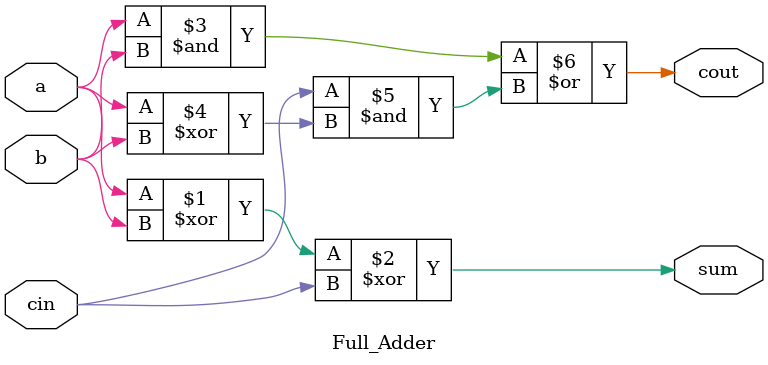
<source format=v>
`timescale 1ns / 1ps

module filter8fp_VM_AA
               (
                clk,
                clk_enable,
                reset,
                filter_in,
                filter_out
                );

  input   clk; 
  input   clk_enable; 
  input   reset; 
  input   signed [15:0] filter_in;
  output  signed [32:0] filter_out;

    parameter signed [15:0] coeff1 = 16'b1101110110111011;
    parameter signed [15:0] coeff2 = 16'b1110101010001110;
    parameter signed [15:0] coeff3 = 16'b0011001111011011;
    parameter signed [15:0] coeff4 = 16'b0110100000001000;
    parameter signed [15:0] coeff5 = 16'b0110100000001000;
    parameter signed [15:0] coeff6 = 16'b0011001111011011;
    parameter signed [15:0] coeff7 = 16'b1110101010001110;
    parameter signed [15:0] coeff8 = 16'b1101110110111011;

  reg  signed [15:0] delay_pipeline [0:7] ; 
  wire signed [31:0] product8; 
  wire signed [31:0] mul_temp;
  wire signed [31:0] product7; 
  wire signed [31:0] mul_temp_1; 
  wire signed [31:0] product6; 
  wire signed [31:0] mul_temp_2; 
  wire signed [31:0] product5; 
  wire signed [31:0] mul_temp_3; 
  wire signed [31:0] product4; 
  wire signed [31:0] mul_temp_4; 
  wire signed [31:0] product3; 
  wire signed [31:0] mul_temp_5;
  wire signed [31:0] product2;
  wire signed [31:0] mul_temp_6;
  wire signed [31:0] product1;
  wire signed [31:0] mul_temp_7; 
  wire signed [31:0] sum1; 
  wire signed [31:0] add_signext;
  wire signed [31:0] add_signext_1;
  wire signed [31:0] add_temp;
  wire signed [31:0] sum2;
  wire signed [31:0] add_signext_2;
  wire signed [31:0] add_signext_3;
  wire signed [31:0] add_temp_1; 
  wire signed [31:0] sum3;
  wire signed [31:0] add_signext_4;
  wire signed [31:0] add_signext_5;
  wire signed [31:0] add_temp_2; 
  wire signed [31:0] sum4;
  wire signed [31:0] add_signext_6; 
  wire signed [31:0] add_signext_7; 
  wire signed [31:0] add_temp_3;
  wire signed [31:0] sum5;
  wire signed [31:0] add_signext_8;
  wire signed [31:0] add_signext_9;
  wire signed [31:0] add_temp_4;
  wire signed [31:0] sum6; 
  wire signed [31:0] add_signext_10; 
  wire signed [31:0] add_signext_11; 
  wire signed [31:0] add_temp_5;
  wire signed [31:0] sum7;
  wire signed [31:0] add_signext_12;
  wire signed [31:0] add_signext_13;
  wire signed [31:0] add_temp_6;
  reg  signed [32:0] output_register;

  wire c0,c1,c2,c3,c4,c5,Cout;
  wire cin;

  always @( posedge clk or posedge reset)
    begin: Delay_Pipeline_process
      if (reset == 1'b1) begin
        delay_pipeline[0] <= 0;
        delay_pipeline[1] <= 0;
        delay_pipeline[2] <= 0;
        delay_pipeline[3] <= 0;
        delay_pipeline[4] <= 0;
        delay_pipeline[5] <= 0;
        delay_pipeline[6] <= 0;
        delay_pipeline[7] <= 0;
      end
      else begin
        if (clk_enable == 1'b1) begin
          delay_pipeline[0] <= filter_in;
          delay_pipeline[1] <= delay_pipeline[0];
          delay_pipeline[2] <= delay_pipeline[1];
          delay_pipeline[3] <= delay_pipeline[2];
          delay_pipeline[4] <= delay_pipeline[3];
          delay_pipeline[5] <= delay_pipeline[4];
          delay_pipeline[6] <= delay_pipeline[5];
          delay_pipeline[7] <= delay_pipeline[6];
        end
      end
    end

      vedic_16x16 u1(delay_pipeline[7] , coeff8,mul_temp);
          assign product8 = mul_temp[31:0];
        vedic_16x16 u2(delay_pipeline[6] , coeff7,mul_temp_1);
          assign product7 = mul_temp_1[31:0];
         vedic_16x16 u3(delay_pipeline[5] , coeff6,mul_temp_2);
          assign product6 = mul_temp_2[31:0];
        vedic_16x16 u4(delay_pipeline[4] , coeff5,mul_temp_3);
          assign product5 = mul_temp_3[31:0];
         vedic_16x16 u5(delay_pipeline[3] , coeff4,mul_temp_4);
          assign product4 = mul_temp_4[31:0];
        vedic_16x16 u6(delay_pipeline[2] , coeff3,mul_temp_5);
          assign product3 = mul_temp_5[31:0];
        vedic_16x16 u7(delay_pipeline[1] , coeff2,mul_temp_6);
          assign product2 = mul_temp_6[31:0];
        vedic_16x16 u8(delay_pipeline[0] , coeff1,mul_temp_7);
      assign product1 = mul_temp_7[31:0];
  assign add_signext = product1;
  assign add_signext_1 = product2;
  assign cin=1'b0;
  //sixteenbitmux_xor_fa g1(add_temp,c0,add_signext , add_signext_1,cin);
  Approx g1(add_signext,add_signext_1,add_temp,c0);
  
  assign sum1 =  add_temp;
  assign add_signext_2 = sum1;
  assign add_signext_3 = product3;
  //sixteenbitmux_xor_fa g2(add_temp_1,c1,add_signext_2 , add_signext_3,c0);
  Approx g2(add_signext_3,add_signext_2,add_temp_1,c1);
  assign sum2 = add_temp_1;

  assign add_signext_4 = sum2;
  assign add_signext_5 = product4;
  //sixteenbitmux_xor_fa g3(add_temp_2,c2,add_signext_4 , add_signext_5,c1);  
  Approx g3(add_signext_4,add_signext_5,add_temp_2,c2);
  assign sum3 = add_temp_2;

  assign add_signext_6 = sum3;
  assign add_signext_7 =  product5;
  //sixteenbitmux_xor_fa g4(add_temp_3,c3,add_signext_6 ,add_signext_7,c2);
  Approx g4(add_signext_6,add_signext_7,add_temp_3,c3);
  assign sum4 = add_temp_3;

  assign add_signext_8 = sum4;
  assign add_signext_9 =  product6;
  //sixteenbitmux_xor_fa g5(add_temp_4,c4,add_signext_8 , add_signext_9,c3);  
  Approx g5(add_signext_8,add_signext_9,add_temp_4,c4);  
  assign sum5 = add_temp_4;

  assign add_signext_10 = sum5;
  assign add_signext_11 =  product7;
  //sixteenbitmux_xor_fa g6(add_temp_5,c5,add_signext_10 ,add_signext_11,c4);  
  Approx g6(add_signext_10,add_signext_11,add_temp_5,c5);
  assign sum6 = add_temp_5;

  assign add_signext_12 = sum6;
  assign add_signext_13 =  product8;
  //sixteenbitmux_xor_fa g7(add_temp_6,Cout,add_signext_12 , add_signext_13,c5);  
  Approx g7(add_signext_12,add_signext_13,add_temp_6,Cout);
  assign sum7 = add_temp_6;

  always @ (posedge clk or posedge reset)
    begin: Output_Register_process
      if (reset == 1'b1) begin
        output_register <= 0;
      end
      else begin
        if (clk_enable == 1'b1) begin
          output_register <= sum7;
        end
      end
    end 

  assign filter_out = output_register;
endmodule  // filter
module vedic_16x16(a, b, result);
    input  [15:0] a,b;
    output [31:0] result;
    wire [31:0] result;
    
    wire [15:0] q0, q1, q2, q3,q4;
    wire [23:0] q5,q6;
    wire [15:0] temp1, temp2;
    wire [23:0] temp3,temp4; 
    
vedic_8x8 V9(a[7:0]  , b[7:0] , q0[15:0]);
vedic_8x8 V10(a[15:8], b[7:0] , q1[15:0]);
vedic_8x8 V11(a[7:0] , b[15:8], q2[15:0]);
vedic_8x8 V12(a[15:8], b[15:8], q3[15:0]);

assign temp1= {8'b00000000, q0[15:8]};
assign temp2= q1[15:0];
assign temp3= {8'b00000000, q2[15:0]}; 
assign temp4= {q3[15:0], 8'b00000000}; 

//sixteenbitmux_xor_fa16 A3(temp1, temp2, q4);
Approx_16bit A3(temp1,temp2,q4);

//sixteenbitmux_xor_fa24 A4(temp3, temp4, q5);
Approx_24bit A4(temp3,temp4,q5);

//sixteenbitmux_xor_fa24 A5({8'b00000000,q4}, q5, q6);
Approx_24bit A5({8'b00000000,q4}, q5, q6);

assign result[7:0]= q0[7:0];
assign result[31:8]= q6[23:0];

endmodule

module vedic_8x8(a, b, result);
    input  [7:0] a,b;
    output [15:0] result;
    wire [15:0] result;
    wire [7:0] q0, q1, q2, q3,q4;
    wire [11:0] q5,q6;
    wire [7:0] temp1, temp2;
    wire [11:0] temp3,temp4; 

vedic_4x4 V5(a[3:0], b[3:0], q0[7:0]);
vedic_4x4 V6(a[7:4], b[3:0], q1[7:0]);
vedic_4x4 V7(a[3:0], b[7:4], q2[7:0]);
vedic_4x4 V8(a[7:4], b[7:4], q3[7:0]);

assign temp1= {4'b0000, q0[7:4]};
assign temp2= q1[7:0];
assign temp3= {4'b0000, q2[7:0]}; 
assign temp4= {q3[7:0], 4'b0000}; 

Approx_8bit A3(temp1, temp2, q4);
Approx_12bit A4(temp3, temp4, q5);
Approx_12bit A5({4'b0000,q4}, q5, q6);

assign result[3:0]= q0[3:0];
assign result[15:4]= q6[11:0];

endmodule

module vedic_4x4(a, b, result);
    input  [3:0] a,b;
    output [7:0] result;
    wire [7:0] result;

wire w1, w2, w3, w4, w5;
wire [3:0] temp1;
wire [5:0] temp2;
wire [5:0] temp3;
wire [5:0] temp4;
wire [3:0] q0;
wire [3:0] q1;
wire [3:0] q2;
wire [3:0] q3;
wire [3:0] q4;
wire [5:0] q5;
wire [5:0] q6;

vedic_2x2 V1(a[1:0], b[1:0], q0[3:0]);
vedic_2x2 V2(a[3:2], b[1:0], q1[3:0]);
vedic_2x2 V3(a[1:0], b[3:2], q2[3:0]);
vedic_2x2 V4(a[3:2], b[3:2], q3[3:0]);

assign temp1= {2'b00, q0[3:2]};
Approx_4bit A0(q1[3:0], temp1, q4);
assign temp2= {2'b00, q2[3:0]};
assign temp3= {q3[3:0], 2'b00};
Approx_6bit A1(temp2, temp3, q5);
assign temp4= {2'b00, q4[3:0]};
Approx_6bit A2(temp4, q5, q6);
assign result[1:0] = q0[1:0];
assign result[7:2] = q6[5:0];
    
endmodule

module vedic_2x2 (a, b, result);
    input [1:0] a,b;
    output [3:0] result;

    wire [3:0] w;
    
    assign result[0]= a[0]&b[0];
    assign w[0]     = a[1]&b[0];
    assign w[1]     = a[0]&b[1];
    assign w[2]     = a[1]&b[1];

    halfAdder H0(w[0], w[1], result[1], w[3]);
    halfAdder H1(w[2], w[3], result[2], result[3]);    
    
endmodule
module halfAdder(a,b,sum,carry);
    input a,b;
    output sum, carry;

assign sum   = a ^ b;
assign carry = a & b;

endmodule

module Approx(A,B,S,Cout);
    input wire [31:0] A;
    input wire [31:0] B;
    output wire [31:0] S;
    output Cout;

// LSB 10 bits will have an approximate sum, the MSB 22 bits will be error free

    wire Accurate_in;
    wire C10, C11, C12, C13, C14, C15, C16, C17, C18, C19, C20, C21, C22, C23, C24, C25, C26, C27, C28, C29, C30, Cout;
    wire T9,T8,Mux_out;    
// 22 Bits of MSB being added in the ripple carry method to avoid Error in the
// sum
    
    assign Accurate_in = A[9]&B[9];
    assign T9 = A[9]&B[9];
    assign Mux_out = (Accurate_in) ? T9:0;
    assign T8 = A[8]&B[8];
    assign S[9] = Mux_out|T8;
    assign S[8] = A[8]|B[8];

    assign S[7] = 1;
    assign S[6] = 1;
    assign S[5] = 1;
    assign S[4] = 1;
    assign S[3] = 1;
    assign S[2] = 1;    
    assign S[1] = 1;
    assign S[0] = 1;


    Full_Adder i10(A[10], B[10], Accurate_in,S[10],C10);
    Full_Adder i11(A[11], B[11], C10, S[11], C11); 
    Full_Adder i12(A[12], B[12], C11, S[12], C12); 
    Full_Adder i13(A[13], B[13], C12, S[13], C13); 
    Full_Adder i14(A[14], B[14], C13, S[14], C14);
    Full_Adder i15(A[15], B[15], C14, S[15], C15);
    Full_Adder i16(A[16], B[16], C15, S[16], C16);
    Full_Adder i17(A[17], B[17], C16, S[17], C17);
    Full_Adder i18(A[18], B[18], C17, S[18], C18);
    Full_Adder i19(A[19], B[19], C18, S[19], C19);
    Full_Adder i20(A[20], B[20], C19, S[20], C20);
    Full_Adder i21(A[21], B[21], C20, S[21], C21);
    Full_Adder i22(A[22], B[22], C21, S[22], C22);
    Full_Adder i23(A[23], B[23], C22, S[23], C23);
    Full_Adder i24(A[24], B[24], C23, S[24], C24);
    Full_Adder i25(A[25], B[25], C24, S[25], C25);
    Full_Adder i26(A[26], B[26], C25, S[26], C26);
    Full_Adder i27(A[27], B[27], C26, S[27], C27);
    Full_Adder i28(A[28], B[28], C27, S[28], C28);
    Full_Adder i29(A[29], B[29], C28, S[29], C29);
    Full_Adder i30(A[30], B[30], C29, S[30], C30);
    Full_Adder i31(A[31], B[31], C30, S[31], Cout);
    
 endmodule
module Approx_24bit(A,B,S);
    input wire [23:0] A;
    input wire [23:0] B;
    output wire [23:0] S;
//    output Cout;
    
    wire Accurate_in;
    wire C6,C7,C8,C9,C10,C11,C12,C13,C14,C15,C16,C17,C18,C19,C20,C21,C22,C23;

    assign Accurate_in = A[4]&B[4];
    assign S[5] = 0;
    assign S[4] = 1;
    assign S[3] = 1;    
    assign S[2] = 1;    
    assign S[1] = 0;
    assign S[0] = 0;


    Full_Adder i1(A[6], B[6], Accurate_in,S[6],C6);
    Full_Adder i2(A[7], B[7], C6, S[7], C7); 
    Full_Adder i3(A[8], B[8], C7, S[8], C8);    
    Full_Adder i4(A[9], B[9], C8, S[9], C9);
    Full_Adder i5(A[10], B[10], C9, S[10], C10);
    Full_Adder i6(A[11], B[11], C10, S[11], C11); 
    Full_Adder i7(A[12], B[12], C11, S[12], C12); 
    Full_Adder i8(A[13], B[13], C12, S[13], C13);     
    Full_Adder i9(A[14], B[14], C13, S[14], C14); 
    Full_Adder i10(A[15], B[15], C14, S[15], C15); 
    Full_Adder i11(A[16], B[16], C15, S[16], C16); 
    Full_Adder i12(A[17], B[17], C16, S[17], C17); 
    Full_Adder i13(A[18], B[18], C17, S[18], C18); 
    Full_Adder i14(A[19], B[19], C18, S[19], C19); 
    Full_Adder i15(A[20], B[20], C19, S[20], C20);
    Full_Adder i16(A[21], B[21], C20, S[21], C21);
    Full_Adder i17(A[22], B[22], C21, S[22], C22);
    Full_Adder i18(A[23], B[23], C22, S[23], C23);
    endmodule

module Approx_16bit(A,B,S);
    input wire [15:0] A;
    input wire [15:0] B;
    output wire [15:0] S;
    //output Cout;
    wire Accurate_in;
    wire C4,C5,C6,C7,C8,C9,C10,C11,C12,C13,C14,C15,C16;
    assign Accurate_in = A[4]&B[4];
    assign S[4] = 0;
    assign S[3] = 1;    
    assign S[2] = 1;    
    assign S[1] = 0;
    assign S[0] = 0;


    Full_Adder i1(A[5], B[5], Accurate_in,S[5],C4);
    Full_Adder i3(A[6], B[6], C4, S[6], C6); 
    Full_Adder i4(A[7], B[7], C6, S[7], C7);    
    Full_Adder i5(A[8], B[8], C7, S[8], C9);
    Full_Adder i6(A[9], B[9], C9, S[9], C10);
    Full_Adder i7(A[10], B[10], C10, S[10], C11); 
    Full_Adder i8(A[11], B[11], C11, S[11], C12); 
    Full_Adder i9(A[12], B[12], C12, S[12], C13); 
    Full_Adder i10(A[13], B[13], C13, S[13], C14); 
    Full_Adder i11(A[14], B[14], C14, S[14], C15); 
    Full_Adder i12(A[15], B[15], C15, S[15], C16); 

    endmodule


module Approx_12bit(A,B,S);
    input wire [11:0] A;
    input wire [11:0] B;
    output wire [11:0] S;
//    output Cout;
// LSB 3 bits will have an approximate sum, the MSB 22 bits will be error free
                                                                             wire Accurate_in;
    wire C4,C5,C6,C7,C8,C9,C10,C11,C12;

    assign Accurate_in = A[3]&B[3];
// 22 Bits of MSB being added in the ripple carry method to avoid Error in the        
    assign S[3] = 0;    
    assign S[2] = 1;    
    assign S[1] = 0;
    assign S[0] = 0;


    Full_Adder i1(A[4], B[4], Accurate_in,S[4],C4);
    Full_Adder i3(A[5], B[5], C4, S[5], C6); 
    Full_Adder i4(A[6], B[6], C6, S[6], C7);    
    Full_Adder i5(A[7], B[7], C7, S[7], C8);
    Full_Adder i6(A[8], B[8], C8, S[8], C9);
    Full_Adder i7(A[9], B[9], C9, S[9], C10); 
    Full_Adder i8(A[10], B[10], C10, S[10], C11); 
    Full_Adder i9(A[11], B[11], C11, S[11], C12); 
    endmodule
 
module Approx_8bit(A,B,S);
    input wire [7:0] A;
    input wire [7:0] B;
    output wire [7:0] S;

    wire Accurate_in;
    wire C4,C5,C6,C7,C8;
    assign Accurate_in = A[2]&B[2];
    assign S[2] = 0;    
    assign S[1] = 0;
    assign S[0] = 0;

    Full_Adder i1(A[3], B[3], Accurate_in,S[3],C4);
    Full_Adder i2(A[4], B[4], C4, S[4], C5); 
    Full_Adder i3(A[5], B[5], C5, S[5], C6); 
    Full_Adder i4(A[6], B[6], C6, S[6], C7);
    Full_Adder i5(A[7], B[7], C7, S[7], C8);
    endmodule


module Approx_6bit(A,B,S);
    input wire [5:0] A;
    input wire [5:0] B;
    output wire [5:0] S;		
    wire Accurate_in;
    wire C2,C3,C4,C5;

    assign Accurate_in = A[1]&B[1];
    assign S[1] = 0;    
    assign S[0] = 1;    

    Full_Adder i1(A[2], B[2], Accurate_in,S[2],C2);
    Full_Adder i2(A[3], B[3], C2, S[3], C3); 
    Full_Adder i3(A[4], B[4], C3, S[4], C4);    
    Full_Adder i4(A[5], B[5], C4, S[5], C5);
    endmodule

module Approx_4bit(A,B,S);
    input wire [3:0] A;
    input wire [3:0] B;
    output wire [3:0] S;
    wire Accurate_in;
    wire C1,C2,C3;

    assign Accurate_in = A[0]&B[0];  
    assign S[0] = 1;    

    Full_Adder i1(A[1], B[1], Accurate_in,S[1],C1);
    Full_Adder i2(A[2], B[2], C1, S[2], C2); 
    Full_Adder i3(A[3], B[3], C2, S[3], C3);    
    endmodule


module Full_Adder(input a, input b, input cin, output sum, output cout);
  assign sum = a ^ b ^ cin;
  assign cout = (a & b) | (cin & (a ^ b));
endmodule
</source>
